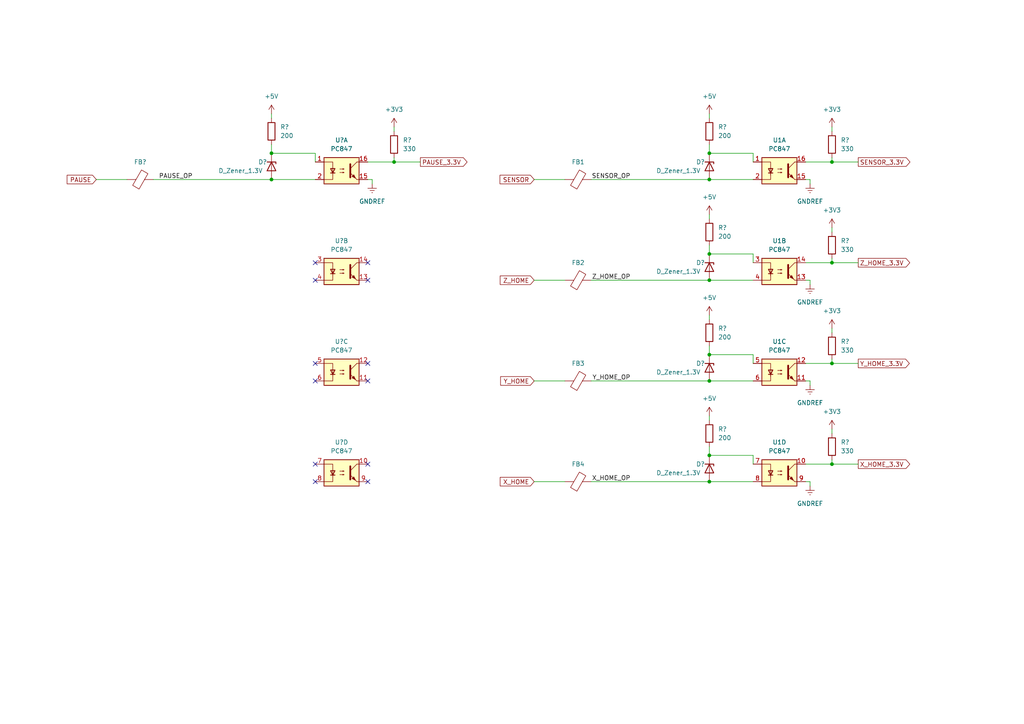
<source format=kicad_sch>
(kicad_sch (version 20211123) (generator eeschema)
  (paper "A4")
  (lib_symbols
    (symbol "Device:D_Zener" (pin_numbers hide) (pin_names (offset 1.016) hide)
      (property "Reference" "D" (at 0 2.54 0))
      (property "Value" "D_Zener" (at 0 -2.54 0))
      (symbol "D_Zener_0_1"
        (polyline (pts (xy 1.27 0) (xy -1.27 0)))
        (polyline (pts (xy -1.27 -1.27) (xy -1.27 1.27) (xy -0.762 1.27)) (stroke (width 0.254)))
        (polyline (pts (xy 1.27 -1.27) (xy 1.27 1.27) (xy -1.27 0) (xy 1.27 -1.27)) (stroke (width 0.254)))
      )
      (symbol "D_Zener_1_1"
        (pin passive line (at -3.81 0 0) (length 2.54) (name "K") (number "1"))
        (pin passive line (at 3.81 0 180) (length 2.54) (name "A") (number "2"))
      )
    )
    (symbol "Device:FerriteBead" (pin_numbers hide) (pin_names (offset 0))
      (property "Reference" "FB" (at -3.81 0.635 90))
      (property "Value" "FerriteBead" (at 3.81 0 90))
      (symbol "FerriteBead_0_1"
        (polyline (pts (xy 0 -1.27) (xy 0 -1.2192)))
        (polyline (pts (xy 0 1.27) (xy 0 1.2954)))
        (polyline (pts (xy -2.7686 0.4064) (xy -1.7018 2.2606) (xy 2.7686 -0.3048) (xy 1.6764 -2.159) (xy -2.7686 0.4064)))
      )
      (symbol "FerriteBead_1_1"
        (pin passive line (at 0 3.81 270) (length 2.54) (name "~") (number "1"))
        (pin passive line (at 0 -3.81 90) (length 2.54) (name "~") (number "2"))
      )
    )
    (symbol "Device:R" (pin_numbers hide) (pin_names (offset 0))
      (property "Reference" "R" (at 2.032 0 90))
      (property "Value" "R" (at 0 0 90))
      (symbol "R_0_1"
        (rectangle (start -1.016 -2.54) (end 1.016 2.54) (stroke (width 0.254)))
      )
      (symbol "R_1_1"
        (pin passive line (at 0 3.81 270) (length 1.27) (name "~") (number "1"))
        (pin passive line (at 0 -3.81 90) (length 1.27) (name "~") (number "2"))
      )
    )
    (symbol "Isolator:PC847" (pin_names (offset 1.016))
      (property "Reference" "U" (at -5.08 5.08 0))
      (property "Value" "PC847" (at 0 5.08 0))
      (symbol "PC847_0_1"
        (rectangle (start -5.08 3.81) (end 5.08 -3.81) (stroke (width 0.254)) (fill (type background)))
        (polyline (pts (xy -3.175 -0.635) (xy -1.905 -0.635)) (stroke (width 0.254)))
        (polyline (pts (xy 2.54 0.635) (xy 4.445 2.54)))
        (polyline (pts (xy 4.445 -2.54) (xy 2.54 -0.635)) (fill (type outline)))
        (polyline (pts (xy 4.445 -2.54) (xy 5.08 -2.54)))
        (polyline (pts (xy 4.445 2.54) (xy 5.08 2.54)))
        (polyline (pts (xy -2.54 -0.635) (xy -2.54 -2.54) (xy -5.08 -2.54)))
        (polyline (pts (xy 2.54 1.905) (xy 2.54 -1.905) (xy 2.54 -1.905)) (stroke (width 0.508)))
        (polyline (pts (xy -5.08 2.54) (xy -2.54 2.54) (xy -2.54 -1.27) (xy -2.54 0.635)))
        (polyline (pts (xy -2.54 -0.635) (xy -3.175 0.635) (xy -1.905 0.635) (xy -2.54 -0.635)) (stroke (width 0.254)))
        (polyline (pts (xy -0.508 -0.508) (xy 0.762 -0.508) (xy 0.381 -0.635) (xy 0.381 -0.381) (xy 0.762 -0.508)))
        (polyline (pts (xy -0.508 0.508) (xy 0.762 0.508) (xy 0.381 0.381) (xy 0.381 0.635) (xy 0.762 0.508)))
        (polyline (pts (xy 3.048 -1.651) (xy 3.556 -1.143) (xy 4.064 -2.159) (xy 3.048 -1.651) (xy 3.048 -1.651)) (fill (type outline)))
      )
      (symbol "PC847_1_1"
        (pin passive line (at -7.62 2.54 0) (length 2.54) (name "~") (number "1"))
        (pin passive line (at 7.62 -2.54 180) (length 2.54) (name "~") (number "15"))
        (pin passive line (at 7.62 2.54 180) (length 2.54) (name "~") (number "16"))
        (pin passive line (at -7.62 -2.54 0) (length 2.54) (name "~") (number "2"))
      )
      (symbol "PC847_2_1"
        (pin passive line (at 7.62 -2.54 180) (length 2.54) (name "~") (number "13"))
        (pin passive line (at 7.62 2.54 180) (length 2.54) (name "~") (number "14"))
        (pin passive line (at -7.62 2.54 0) (length 2.54) (name "~") (number "3"))
        (pin passive line (at -7.62 -2.54 0) (length 2.54) (name "~") (number "4"))
      )
      (symbol "PC847_3_1"
        (pin passive line (at 7.62 -2.54 180) (length 2.54) (name "~") (number "11"))
        (pin passive line (at 7.62 2.54 180) (length 2.54) (name "~") (number "12"))
        (pin passive line (at -7.62 2.54 0) (length 2.54) (name "~") (number "5"))
        (pin passive line (at -7.62 -2.54 0) (length 2.54) (name "~") (number "6"))
      )
      (symbol "PC847_4_1"
        (pin passive line (at 7.62 2.54 180) (length 2.54) (name "~") (number "10"))
        (pin passive line (at -7.62 2.54 0) (length 2.54) (name "~") (number "7"))
        (pin passive line (at -7.62 -2.54 0) (length 2.54) (name "~") (number "8"))
        (pin passive line (at 7.62 -2.54 180) (length 2.54) (name "~") (number "9"))
      )
    )
    (symbol "power:+3.3V" (power) (pin_names (offset 0))
      (property "Value" "+3.3V" (at 0 3.556 0))
      (symbol "+3.3V_0_1"
        (polyline (pts (xy -0.762 1.27) (xy 0 2.54)))
        (polyline (pts (xy 0 0) (xy 0 2.54)))
        (polyline (pts (xy 0 2.54) (xy 0.762 1.27)))
      )
      (symbol "+3.3V_1_1"
        (pin power_in line (at 0 0 90) (length 0) hide (name "+3V3") (number "1"))
      )
    )
    (symbol "power:+5V" (power) (pin_names (offset 0))
      (property "Value" "+5V" (at 0 3.556 0))
      (symbol "+5V_0_1"
        (polyline (pts (xy -0.762 1.27) (xy 0 2.54)))
        (polyline (pts (xy 0 0) (xy 0 2.54)))
        (polyline (pts (xy 0 2.54) (xy 0.762 1.27)))
      )
      (symbol "+5V_1_1"
        (pin power_in line (at 0 0 90) (length 0) hide (name "+5V") (number "1"))
      )
    )
    (symbol "power:GNDREF" (power) (pin_names (offset 0))
      (property "Value" "GNDREF" (at 0 -3.81 0))
      (symbol "GNDREF_0_1"
        (polyline (pts (xy -0.635 -1.905) (xy 0.635 -1.905)))
        (polyline (pts (xy -0.127 -2.54) (xy 0.127 -2.54)))
        (polyline (pts (xy 0 -1.27) (xy 0 0)))
        (polyline (pts (xy 1.27 -1.27) (xy -1.27 -1.27)))
      )
      (symbol "GNDREF_1_1"
        (pin power_in line (at 0 0 270) (length 0) hide (name "GNDREF") (number "1"))
      )
    )
  )
  (junction (at 114.3 46.99))
  (junction (at 205.74 44.45))
  (junction (at 78.74 52.07))
  (junction (at 241.3 105.41))
  (junction (at 241.3 76.2))
  (junction (at 205.74 81.28))
  (junction (at 78.74 44.45))
  (junction (at 205.74 139.7))
  (junction (at 205.74 52.07))
  (junction (at 205.74 73.66))
  (junction (at 241.3 134.62))
  (junction (at 241.3 46.99))
  (junction (at 205.74 102.87))
  (junction (at 205.74 110.49))
  (junction (at 205.74 132.08))
  (no_connect (at 106.68 110.49))
  (no_connect (at 91.44 105.41))
  (no_connect (at 106.68 105.41))
  (no_connect (at 91.44 76.2))
  (no_connect (at 91.44 81.28))
  (no_connect (at 106.68 76.2))
  (no_connect (at 106.68 81.28))
  (no_connect (at 106.68 139.7))
  (no_connect (at 106.68 134.62))
  (no_connect (at 91.44 110.49))
  (no_connect (at 91.44 134.62))
  (no_connect (at 91.44 139.7))
  (wire (pts (xy 171.45 139.7) (xy 205.74 139.7)))
  (wire (pts (xy 241.3 76.2) (xy 248.92 76.2)))
  (wire (pts (xy 171.45 110.49) (xy 205.74 110.49)))
  (wire (pts (xy 205.74 41.91) (xy 205.74 44.45)))
  (wire (pts (xy 205.74 91.44) (xy 205.74 92.71)))
  (wire (pts (xy 78.74 41.91) (xy 78.74 44.45)))
  (wire (pts (xy 241.3 45.72) (xy 241.3 46.99)))
  (wire (pts (xy 241.3 36.83) (xy 241.3 38.1)))
  (wire (pts (xy 106.68 46.99) (xy 114.3 46.99)))
  (wire (pts (xy 218.44 46.99) (xy 218.44 44.45)))
  (wire (pts (xy 233.68 134.62) (xy 241.3 134.62)))
  (wire (pts (xy 78.74 44.45) (xy 91.44 44.45)))
  (wire (pts (xy 241.3 134.62) (xy 248.92 134.62)))
  (wire (pts (xy 205.74 33.02) (xy 205.74 34.29)))
  (wire (pts (xy 218.44 102.87) (xy 205.74 102.87)))
  (wire (pts (xy 154.94 110.49) (xy 163.83 110.49)))
  (wire (pts (xy 205.74 81.28) (xy 218.44 81.28)))
  (wire (pts (xy 234.95 53.34) (xy 234.95 52.07)))
  (wire (pts (xy 205.74 44.45) (xy 218.44 44.45)))
  (wire (pts (xy 218.44 73.66) (xy 205.74 73.66)))
  (wire (pts (xy 78.74 52.07) (xy 91.44 52.07)))
  (wire (pts (xy 233.68 76.2) (xy 241.3 76.2)))
  (wire (pts (xy 234.95 110.49) (xy 233.68 110.49)))
  (wire (pts (xy 114.3 45.72) (xy 114.3 46.99)))
  (wire (pts (xy 154.94 81.28) (xy 163.83 81.28)))
  (wire (pts (xy 78.74 33.02) (xy 78.74 34.29)))
  (wire (pts (xy 241.3 124.46) (xy 241.3 125.73)))
  (wire (pts (xy 234.95 82.55) (xy 234.95 81.28)))
  (wire (pts (xy 218.44 132.08) (xy 205.74 132.08)))
  (wire (pts (xy 27.94 52.07) (xy 36.83 52.07)))
  (wire (pts (xy 234.95 81.28) (xy 233.68 81.28)))
  (wire (pts (xy 234.95 52.07) (xy 233.68 52.07)))
  (wire (pts (xy 218.44 105.41) (xy 218.44 102.87)))
  (wire (pts (xy 241.3 46.99) (xy 248.92 46.99)))
  (wire (pts (xy 171.45 81.28) (xy 205.74 81.28)))
  (wire (pts (xy 205.74 100.33) (xy 205.74 102.87)))
  (wire (pts (xy 233.68 139.7) (xy 234.95 139.7)))
  (wire (pts (xy 205.74 52.07) (xy 218.44 52.07)))
  (wire (pts (xy 241.3 66.04) (xy 241.3 67.31)))
  (wire (pts (xy 205.74 71.12) (xy 205.74 73.66)))
  (wire (pts (xy 241.3 104.14) (xy 241.3 105.41)))
  (wire (pts (xy 241.3 133.35) (xy 241.3 134.62)))
  (wire (pts (xy 234.95 111.76) (xy 234.95 110.49)))
  (wire (pts (xy 154.94 52.07) (xy 163.83 52.07)))
  (wire (pts (xy 233.68 46.99) (xy 241.3 46.99)))
  (wire (pts (xy 234.95 139.7) (xy 234.95 140.97)))
  (wire (pts (xy 154.94 139.7) (xy 163.83 139.7)))
  (wire (pts (xy 205.74 139.7) (xy 218.44 139.7)))
  (wire (pts (xy 233.68 105.41) (xy 241.3 105.41)))
  (wire (pts (xy 107.95 53.34) (xy 107.95 52.07)))
  (wire (pts (xy 114.3 36.83) (xy 114.3 38.1)))
  (wire (pts (xy 241.3 74.93) (xy 241.3 76.2)))
  (wire (pts (xy 218.44 76.2) (xy 218.44 73.66)))
  (wire (pts (xy 44.45 52.07) (xy 78.74 52.07)))
  (wire (pts (xy 241.3 105.41) (xy 248.92 105.41)))
  (wire (pts (xy 241.3 95.25) (xy 241.3 96.52)))
  (wire (pts (xy 114.3 46.99) (xy 121.92 46.99)))
  (wire (pts (xy 91.44 46.99) (xy 91.44 44.45)))
  (wire (pts (xy 205.74 110.49) (xy 218.44 110.49)))
  (wire (pts (xy 171.45 52.07) (xy 205.74 52.07)))
  (wire (pts (xy 205.74 129.54) (xy 205.74 132.08)))
  (wire (pts (xy 107.95 52.07) (xy 106.68 52.07)))
  (wire (pts (xy 218.44 134.62) (xy 218.44 132.08)))
  (wire (pts (xy 205.74 62.23) (xy 205.74 63.5)))
  (wire (pts (xy 205.74 120.65) (xy 205.74 121.92)))
  (label "Y_HOME_OP" (at 182.88 110.49 180))
  (label "X_HOME_OP" (at 182.88 139.7 180))
  (label "Z_HOME_OP" (at 182.88 81.28 180))
  (label "PAUSE_OP" (at 55.88 52.07 180))
  (label "SENSOR_OP" (at 182.88 52.07 180))
  (global_label "PAUSE" (shape input) (at 27.94 52.07 180) (property "Intersheet References" "${INTERSHEET_REFS}" (effects hide)))
  (global_label "Z_HOME_3.3V" (shape output) (at 248.92 76.2 0) (property "Intersheet References" "${INTERSHEET_REFS}" (effects hide)))
  (global_label "Y_HOME" (shape input) (at 154.94 110.49 180) (property "Intersheet References" "${INTERSHEET_REFS}" (effects hide)))
  (global_label "X_HOME" (shape input) (at 154.94 139.7 180) (property "Intersheet References" "${INTERSHEET_REFS}" (effects hide)))
  (global_label "PAUSE_3.3V" (shape output) (at 121.92 46.99 0) (property "Intersheet References" "${INTERSHEET_REFS}" (effects hide)))
  (global_label "SENSOR_3.3V" (shape output) (at 248.92 46.99 0) (property "Intersheet References" "${INTERSHEET_REFS}" (effects hide)))
  (global_label "Z_HOME" (shape input) (at 154.94 81.28 180) (property "Intersheet References" "${INTERSHEET_REFS}" (effects hide)))
  (global_label "Y_HOME_3.3V" (shape output) (at 248.92 105.41 0) (property "Intersheet References" "${INTERSHEET_REFS}" (effects hide)))
  (global_label "X_HOME_3.3V" (shape output) (at 248.92 134.62 0) (property "Intersheet References" "${INTERSHEET_REFS}" (effects hide)))
  (global_label "SENSOR" (shape input) (at 154.94 52.07 180) (property "Intersheet References" "${INTERSHEET_REFS}" (effects hide)))
  (symbol (lib_id "power:GNDREF") (at 234.95 140.97 0) (unit 1)
    (property "Reference" "#PWR?" (effects hide))
    (property "Value" "GNDREF" (at 234.95 146.05 0))
  )
  (symbol (lib_id "Device:R") (at 205.74 96.52 0) (unit 1)
    (property "Reference" "R?" (at 208.28 95.2499 0) (effects (justify left)))
    (property "Value" "200" (at 208.28 97.7899 0) (effects (justify left)))
    (property "Footprint" "Resistor_SMD:R_0603_1608Metric" (effects hide))
  )
  (symbol (lib_id "Device:D_Zener") (at 205.74 106.68 270) (unit 1)
    (property "Reference" "D?" (at 204.47 105.41 90) (effects (justify right)))
    (property "Value" "D_Zener_1.3V" (at 203.2 107.95 90) (effects (justify right)))
    (property "Footprint" "Diode_SMD:D_0603_1608Metric" (effects hide))
  )
  (symbol (lib_id "power:GNDREF") (at 234.95 82.55 0) (unit 1)
    (property "Reference" "#PWR?" (effects hide))
    (property "Value" "GNDREF" (at 234.95 87.63 0))
  )
  (symbol (lib_id "Device:D_Zener") (at 205.74 77.47 270) (unit 1)
    (property "Reference" "D?" (at 204.47 76.2 90) (effects (justify right)))
    (property "Value" "D_Zener_1.3V" (at 203.2 78.74 90) (effects (justify right)))
    (property "Footprint" "Diode_SMD:D_0603_1608Metric" (effects hide))
  )
  (symbol (lib_id "Isolator:PC847") (at 99.06 78.74 0) (unit 2)
    (property "Reference" "U?" (at 99.06 69.85 0))
    (property "Value" "PC847" (at 99.06 72.39 0))
    (property "Footprint" "Package_DIP:DIP-16_W7.62mm_Socket_LongPads" (effects hide))
    (property "Datasheet" "http://www.soselectronic.cz/a_info/resource/d/pc817.pdf" (effects hide))
  )
  (symbol (lib_id "power:+3.3V") (at 114.3 36.83 0) (unit 1)
    (property "Reference" "#PWR?" (effects hide))
    (property "Value" "+3.3V" (at 114.3 31.75 0))
  )
  (symbol (lib_id "power:+5V") (at 205.74 62.23 0) (unit 1)
    (property "Reference" "#PWR?" (effects hide))
    (property "Value" "+5V" (at 205.74 57.15 0))
  )
  (symbol (lib_id "power:+3.3V") (at 241.3 36.83 0) (unit 1)
    (property "Reference" "#PWR?" (effects hide))
    (property "Value" "+3.3V" (at 241.3 31.75 0))
  )
  (symbol (lib_id "Device:R") (at 241.3 129.54 180) (unit 1)
    (property "Reference" "R?" (at 243.84 128.2699 0) (effects (justify right)))
    (property "Value" "330" (at 243.84 130.8099 0) (effects (justify right)))
    (property "Footprint" "Resistor_SMD:R_0603_1608Metric" (effects hide))
  )
  (symbol (lib_id "Device:R") (at 241.3 100.33 180) (unit 1)
    (property "Reference" "R?" (at 243.84 99.0599 0) (effects (justify right)))
    (property "Value" "330" (at 243.84 101.5999 0) (effects (justify right)))
    (property "Footprint" "Resistor_SMD:R_0603_1608Metric" (effects hide))
  )
  (symbol (lib_id "Device:R") (at 114.3 41.91 180) (unit 1)
    (property "Reference" "R?" (at 116.84 40.6399 0) (effects (justify right)))
    (property "Value" "330" (at 116.84 43.1799 0) (effects (justify right)))
    (property "Footprint" "Resistor_SMD:R_0603_1608Metric" (effects hide))
  )
  (symbol (lib_id "Isolator:PC847") (at 99.06 137.16 0) (unit 4)
    (property "Reference" "U?" (at 99.06 128.27 0))
    (property "Value" "PC847" (at 99.06 130.81 0))
    (property "Footprint" "Package_DIP:DIP-16_W7.62mm_Socket_LongPads" (effects hide))
    (property "Datasheet" "http://www.soselectronic.cz/a_info/resource/d/pc817.pdf" (effects hide))
  )
  (symbol (lib_id "power:GNDREF") (at 234.95 111.76 0) (unit 1)
    (property "Reference" "#PWR?" (effects hide))
    (property "Value" "GNDREF" (at 234.95 116.84 0))
  )
  (symbol (lib_id "power:GNDREF") (at 234.95 53.34 0) (unit 1)
    (property "Reference" "#PWR?" (effects hide))
    (property "Value" "GNDREF" (at 234.95 58.42 0))
  )
  (symbol (lib_id "Isolator:PC847") (at 99.06 107.95 0) (unit 3)
    (property "Reference" "U?" (at 99.06 99.06 0))
    (property "Value" "PC847" (at 99.06 101.6 0))
    (property "Footprint" "Package_DIP:DIP-16_W7.62mm_Socket_LongPads" (effects hide))
    (property "Datasheet" "http://www.soselectronic.cz/a_info/resource/d/pc817.pdf" (effects hide))
  )
  (symbol (lib_id "Device:R") (at 205.74 38.1 0) (unit 1)
    (property "Reference" "R?" (at 208.28 36.8299 0) (effects (justify left)))
    (property "Value" "200" (at 208.28 39.3699 0) (effects (justify left)))
    (property "Footprint" "Resistor_SMD:R_0603_1608Metric" (effects hide))
  )
  (symbol (lib_id "power:+5V") (at 205.74 33.02 0) (unit 1)
    (property "Reference" "#PWR?" (effects hide))
    (property "Value" "+5V" (at 205.74 27.94 0))
  )
  (symbol (lib_id "Device:D_Zener") (at 205.74 48.26 270) (unit 1)
    (property "Reference" "D?" (at 204.47 46.99 90) (effects (justify right)))
    (property "Value" "D_Zener_1.3V" (at 203.2 49.53 90) (effects (justify right)))
    (property "Footprint" "Diode_SMD:D_0603_1608Metric" (effects hide))
  )
  (symbol (lib_id "Isolator:PC847") (at 226.06 49.53 0) (unit 1)
    (property "Reference" "U1" (at 226.06 40.64 0))
    (property "Value" "PC847" (at 226.06 43.18 0))
    (property "Footprint" "Package_DIP:DIP-16_W7.62mm_Socket_LongPads" (effects hide))
    (property "Datasheet" "http://www.soselectronic.cz/a_info/resource/d/pc817.pdf" (effects hide))
  )
  (symbol (lib_id "Device:R") (at 205.74 67.31 0) (unit 1)
    (property "Reference" "R?" (at 208.28 66.0399 0) (effects (justify left)))
    (property "Value" "200" (at 208.28 68.5799 0) (effects (justify left)))
    (property "Footprint" "Resistor_SMD:R_0603_1608Metric" (effects hide))
  )
  (symbol (lib_id "Device:R") (at 78.74 38.1 0) (unit 1)
    (property "Reference" "R?" (at 81.28 36.8299 0) (effects (justify left)))
    (property "Value" "200" (at 81.28 39.3699 0) (effects (justify left)))
    (property "Footprint" "Resistor_SMD:R_0603_1608Metric" (effects hide))
  )
  (symbol (lib_id "Device:FerriteBead") (at 40.64 52.07 270) (unit 1)
    (property "Reference" "FB?" (at 40.6908 46.99 90))
    (property "Value" "FerriteBead" (effects hide))
    (property "Footprint" "Resistor_SMD:R_0603_1608Metric" (effects hide))
  )
  (symbol (lib_id "Isolator:PC847") (at 99.06 49.53 0) (unit 1)
    (property "Reference" "U?" (at 99.06 40.64 0))
    (property "Value" "PC847" (at 99.06 43.18 0))
    (property "Footprint" "Package_DIP:DIP-16_W7.62mm_Socket_LongPads" (effects hide))
    (property "Datasheet" "http://www.soselectronic.cz/a_info/resource/d/pc817.pdf" (effects hide))
  )
  (symbol (lib_id "Device:D_Zener") (at 78.74 48.26 270) (unit 1)
    (property "Reference" "D?" (at 77.47 46.99 90) (effects (justify right)))
    (property "Value" "D_Zener_1.3V" (at 76.2 49.53 90) (effects (justify right)))
    (property "Footprint" "Diode_SMD:D_0603_1608Metric" (effects hide))
  )
  (symbol (lib_id "power:+3.3V") (at 241.3 95.25 0) (unit 1)
    (property "Reference" "#PWR?" (effects hide))
    (property "Value" "+3.3V" (at 241.3 90.17 0))
  )
  (symbol (lib_id "Device:FerriteBead") (at 167.64 139.7 270) (unit 1)
    (property "Reference" "FB4" (at 167.6908 134.62 90))
    (property "Value" "FerriteBead" (effects hide))
    (property "Footprint" "Resistor_SMD:R_0603_1608Metric" (effects hide))
  )
  (symbol (lib_id "power:+3.3V") (at 241.3 124.46 0) (unit 1)
    (property "Reference" "#PWR?" (effects hide))
    (property "Value" "+3.3V" (at 241.3 119.38 0))
  )
  (symbol (lib_id "Device:D_Zener") (at 205.74 135.89 270) (unit 1)
    (property "Reference" "D?" (at 204.47 134.62 90) (effects (justify right)))
    (property "Value" "D_Zener_1.3V" (at 203.2 137.16 90) (effects (justify right)))
    (property "Footprint" "Diode_SMD:D_0603_1608Metric" (effects hide))
  )
  (symbol (lib_id "Device:R") (at 205.74 125.73 0) (unit 1)
    (property "Reference" "R?" (at 208.28 124.4599 0) (effects (justify left)))
    (property "Value" "200" (at 208.28 126.9999 0) (effects (justify left)))
    (property "Footprint" "Resistor_SMD:R_0603_1608Metric" (effects hide))
  )
  (symbol (lib_id "Isolator:PC847") (at 226.06 137.16 0) (unit 4)
    (property "Reference" "U1" (at 226.06 128.27 0))
    (property "Value" "PC847" (at 226.06 130.81 0))
    (property "Footprint" "Package_DIP:DIP-16_W7.62mm_Socket_LongPads" (effects hide))
    (property "Datasheet" "http://www.soselectronic.cz/a_info/resource/d/pc817.pdf" (effects hide))
  )
  (symbol (lib_id "power:+5V") (at 78.74 33.02 0) (unit 1)
    (property "Reference" "#PWR?" (effects hide))
    (property "Value" "+5V" (at 78.74 27.94 0))
  )
  (symbol (lib_id "power:+5V") (at 205.74 91.44 0) (unit 1)
    (property "Reference" "#PWR?" (effects hide))
    (property "Value" "+5V" (at 205.74 86.36 0))
  )
  (symbol (lib_id "power:+3.3V") (at 241.3 66.04 0) (unit 1)
    (property "Reference" "#PWR?" (effects hide))
    (property "Value" "+3.3V" (at 241.3 60.96 0))
  )
  (symbol (lib_id "Device:FerriteBead") (at 167.64 110.49 270) (unit 1)
    (property "Reference" "FB3" (at 167.6908 105.41 90))
    (property "Value" "FerriteBead" (effects hide))
    (property "Footprint" "Resistor_SMD:R_0603_1608Metric" (effects hide))
  )
  (symbol (lib_id "Device:FerriteBead") (at 167.64 52.07 270) (unit 1)
    (property "Reference" "FB1" (at 167.6908 46.99 90))
    (property "Value" "FerriteBead" (effects hide))
    (property "Footprint" "Resistor_SMD:R_0603_1608Metric" (effects hide))
  )
  (symbol (lib_id "power:GNDREF") (at 107.95 53.34 0) (unit 1)
    (property "Reference" "#PWR?" (effects hide))
    (property "Value" "GNDREF" (at 107.95 58.42 0))
  )
  (symbol (lib_id "Isolator:PC847") (at 226.06 107.95 0) (unit 3)
    (property "Reference" "U1" (at 226.06 99.06 0))
    (property "Value" "PC847" (at 226.06 101.6 0))
    (property "Footprint" "Package_DIP:DIP-16_W7.62mm_Socket_LongPads" (effects hide))
    (property "Datasheet" "http://www.soselectronic.cz/a_info/resource/d/pc817.pdf" (effects hide))
  )
  (symbol (lib_id "Device:R") (at 241.3 41.91 180) (unit 1)
    (property "Reference" "R?" (at 243.84 40.6399 0) (effects (justify right)))
    (property "Value" "330" (at 243.84 43.1799 0) (effects (justify right)))
    (property "Footprint" "Resistor_SMD:R_0603_1608Metric" (effects hide))
  )
  (symbol (lib_id "Device:R") (at 241.3 71.12 180) (unit 1)
    (property "Reference" "R?" (at 243.84 69.8499 0) (effects (justify right)))
    (property "Value" "330" (at 243.84 72.3899 0) (effects (justify right)))
    (property "Footprint" "Resistor_SMD:R_0603_1608Metric" (effects hide))
  )
  (symbol (lib_id "Isolator:PC847") (at 226.06 78.74 0) (unit 2)
    (property "Reference" "U1" (at 226.06 69.85 0))
    (property "Value" "PC847" (at 226.06 72.39 0))
    (property "Footprint" "Package_DIP:DIP-16_W7.62mm_Socket_LongPads" (effects hide))
    (property "Datasheet" "http://www.soselectronic.cz/a_info/resource/d/pc817.pdf" (effects hide))
  )
  (symbol (lib_id "Device:FerriteBead") (at 167.64 81.28 270) (unit 1)
    (property "Reference" "FB2" (at 167.6908 76.2 90))
    (property "Value" "FerriteBead" (effects hide))
    (property "Footprint" "Resistor_SMD:R_0603_1608Metric" (effects hide))
  )
  (symbol (lib_id "power:+5V") (at 205.74 120.65 0) (unit 1)
    (property "Reference" "#PWR?" (effects hide))
    (property "Value" "+5V" (at 205.74 115.57 0))
  )
)
</source>
